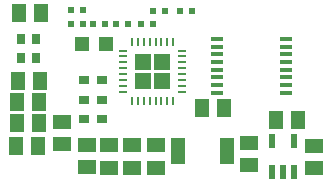
<source format=gbr>
G04 EAGLE Gerber RS-274X export*
G75*
%MOMM*%
%FSLAX34Y34*%
%LPD*%
%INSolderpaste Top*%
%IPPOS*%
%AMOC8*
5,1,8,0,0,1.08239X$1,22.5*%
G01*
%ADD10R,1.500000X1.300000*%
%ADD11R,1.300000X1.500000*%
%ADD12R,1.375000X1.375000*%
%ADD13R,0.250000X0.800000*%
%ADD14R,0.800000X0.250000*%
%ADD15R,0.600000X0.600000*%
%ADD16R,0.750000X0.900000*%
%ADD17R,1.300000X2.200000*%
%ADD18R,0.900000X0.800000*%
%ADD19R,1.200000X1.300000*%
%ADD20R,0.550000X1.200000*%
%ADD21R,0.990600X0.304800*%
%ADD22R,0.500000X0.500000*%


D10*
X52508Y80350D03*
X52508Y99350D03*
D11*
X33310Y98812D03*
X14310Y98812D03*
D12*
X121095Y134153D03*
X121095Y150403D03*
X137345Y134153D03*
X137345Y150403D03*
D13*
X111720Y117278D03*
X116720Y117278D03*
X121720Y117278D03*
X126720Y117278D03*
X131720Y117278D03*
X136720Y117278D03*
X141720Y117278D03*
X146720Y117278D03*
D14*
X154220Y124778D03*
X154220Y129778D03*
X154220Y134778D03*
X154220Y139778D03*
X154220Y144778D03*
X154220Y149778D03*
X154220Y154778D03*
X154220Y159778D03*
D13*
X146720Y167278D03*
X141720Y167278D03*
X136720Y167278D03*
X131720Y167278D03*
X126720Y167278D03*
X121720Y167278D03*
X116720Y167278D03*
X111720Y167278D03*
D14*
X104220Y159778D03*
X104220Y154778D03*
X104220Y149778D03*
X104220Y144778D03*
X104220Y139778D03*
X104220Y134778D03*
X104220Y129778D03*
X104220Y124778D03*
D15*
X152450Y193290D03*
X162610Y193290D03*
D10*
X92640Y79508D03*
X92640Y60508D03*
X111610Y79508D03*
X111610Y60508D03*
D16*
X18022Y169760D03*
X18022Y153260D03*
X30522Y153260D03*
X30522Y169760D03*
D11*
X15794Y191236D03*
X34794Y191236D03*
X34010Y134396D03*
X15010Y134396D03*
D17*
X150490Y74444D03*
X192490Y74444D03*
D10*
X132128Y60540D03*
X132128Y79540D03*
X211082Y62884D03*
X211082Y81884D03*
D18*
X71242Y117910D03*
X86482Y117910D03*
X86482Y101480D03*
X71242Y101480D03*
D11*
X33310Y116512D03*
X14310Y116512D03*
D19*
X89930Y164948D03*
X69610Y164948D03*
D18*
X86390Y134518D03*
X71150Y134518D03*
D11*
X170696Y110984D03*
X189696Y110984D03*
D10*
X73260Y79772D03*
X73260Y60772D03*
D20*
X230164Y57315D03*
X239664Y57315D03*
X249164Y57315D03*
X249164Y83317D03*
X230164Y83317D03*
D10*
X266198Y59924D03*
X266198Y78924D03*
D11*
X13200Y78540D03*
X32200Y78540D03*
D21*
X183516Y169452D03*
X183516Y162952D03*
X183516Y156452D03*
X183516Y149952D03*
X183516Y143452D03*
X183516Y136952D03*
X183516Y130452D03*
X183516Y123952D03*
X241872Y123952D03*
X241872Y130452D03*
X241872Y136952D03*
X241872Y143452D03*
X241872Y149952D03*
X241872Y156452D03*
X241872Y162952D03*
X241872Y169452D03*
D15*
X129610Y182020D03*
X119450Y182020D03*
X108340Y182020D03*
X98180Y182020D03*
X129450Y193290D03*
X139610Y193290D03*
D22*
X78450Y182020D03*
X88610Y182020D03*
X60450Y182020D03*
X70610Y182020D03*
X60450Y194020D03*
X70610Y194020D03*
D11*
X233490Y101000D03*
X252490Y101000D03*
M02*

</source>
